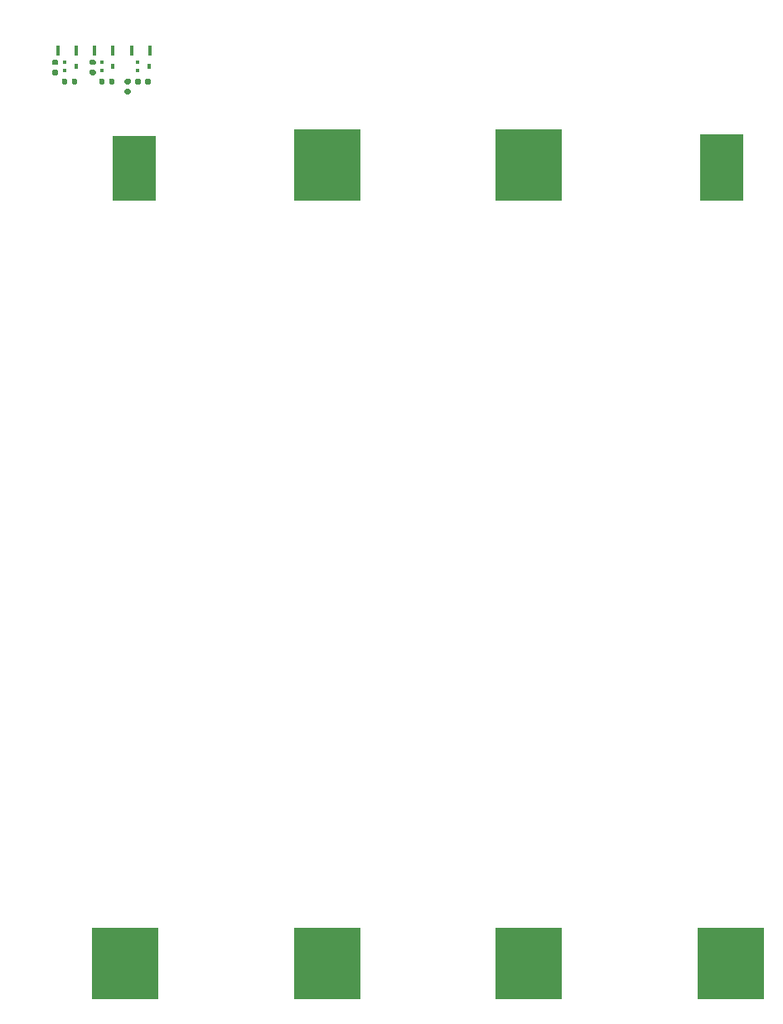
<source format=gbp>
%TF.GenerationSoftware,KiCad,Pcbnew,(5.1.10)-1*%
%TF.CreationDate,2021-11-16T14:43:47-05:00*%
%TF.ProjectId,batteryboard,62617474-6572-4796-926f-6172642e6b69,rev?*%
%TF.SameCoordinates,Original*%
%TF.FileFunction,Paste,Bot*%
%TF.FilePolarity,Positive*%
%FSLAX46Y46*%
G04 Gerber Fmt 4.6, Leading zero omitted, Abs format (unit mm)*
G04 Created by KiCad (PCBNEW (5.1.10)-1) date 2021-11-16 14:43:47*
%MOMM*%
%LPD*%
G01*
G04 APERTURE LIST*
%ADD10R,6.800000X7.300000*%
%ADD11R,4.500000X6.800000*%
%ADD12R,4.500000X6.700000*%
%ADD13R,0.450000X0.500000*%
%ADD14R,0.450000X0.400000*%
%ADD15R,0.370000X1.000000*%
G04 APERTURE END LIST*
D10*
X108623100Y-55249700D03*
X108623100Y-136799700D03*
X129273300Y-136799700D03*
D11*
X128348300Y-55499700D03*
D12*
X68273100Y-55575100D03*
D10*
X67348100Y-136825100D03*
X87998300Y-136825100D03*
X87998300Y-55275100D03*
G36*
G01*
X69404200Y-46921000D02*
X69404200Y-46551000D01*
G75*
G02*
X69539200Y-46416000I135000J0D01*
G01*
X69809200Y-46416000D01*
G75*
G02*
X69944200Y-46551000I0J-135000D01*
G01*
X69944200Y-46921000D01*
G75*
G02*
X69809200Y-47056000I-135000J0D01*
G01*
X69539200Y-47056000D01*
G75*
G02*
X69404200Y-46921000I0J135000D01*
G01*
G37*
G36*
G01*
X68384200Y-46921000D02*
X68384200Y-46551000D01*
G75*
G02*
X68519200Y-46416000I135000J0D01*
G01*
X68789200Y-46416000D01*
G75*
G02*
X68924200Y-46551000I0J-135000D01*
G01*
X68924200Y-46921000D01*
G75*
G02*
X68789200Y-47056000I-135000J0D01*
G01*
X68519200Y-47056000D01*
G75*
G02*
X68384200Y-46921000I0J135000D01*
G01*
G37*
G36*
G01*
X65721200Y-46921000D02*
X65721200Y-46551000D01*
G75*
G02*
X65856200Y-46416000I135000J0D01*
G01*
X66126200Y-46416000D01*
G75*
G02*
X66261200Y-46551000I0J-135000D01*
G01*
X66261200Y-46921000D01*
G75*
G02*
X66126200Y-47056000I-135000J0D01*
G01*
X65856200Y-47056000D01*
G75*
G02*
X65721200Y-46921000I0J135000D01*
G01*
G37*
G36*
G01*
X64701200Y-46921000D02*
X64701200Y-46551000D01*
G75*
G02*
X64836200Y-46416000I135000J0D01*
G01*
X65106200Y-46416000D01*
G75*
G02*
X65241200Y-46551000I0J-135000D01*
G01*
X65241200Y-46921000D01*
G75*
G02*
X65106200Y-47056000I-135000J0D01*
G01*
X64836200Y-47056000D01*
G75*
G02*
X64701200Y-46921000I0J135000D01*
G01*
G37*
G36*
G01*
X61911200Y-46921000D02*
X61911200Y-46551000D01*
G75*
G02*
X62046200Y-46416000I135000J0D01*
G01*
X62316200Y-46416000D01*
G75*
G02*
X62451200Y-46551000I0J-135000D01*
G01*
X62451200Y-46921000D01*
G75*
G02*
X62316200Y-47056000I-135000J0D01*
G01*
X62046200Y-47056000D01*
G75*
G02*
X61911200Y-46921000I0J135000D01*
G01*
G37*
G36*
G01*
X60891200Y-46921000D02*
X60891200Y-46551000D01*
G75*
G02*
X61026200Y-46416000I135000J0D01*
G01*
X61296200Y-46416000D01*
G75*
G02*
X61431200Y-46551000I0J-135000D01*
G01*
X61431200Y-46921000D01*
G75*
G02*
X61296200Y-47056000I-135000J0D01*
G01*
X61026200Y-47056000D01*
G75*
G02*
X60891200Y-46921000I0J135000D01*
G01*
G37*
G36*
G01*
X67799800Y-47004000D02*
X67429800Y-47004000D01*
G75*
G02*
X67294800Y-46869000I0J135000D01*
G01*
X67294800Y-46599000D01*
G75*
G02*
X67429800Y-46464000I135000J0D01*
G01*
X67799800Y-46464000D01*
G75*
G02*
X67934800Y-46599000I0J-135000D01*
G01*
X67934800Y-46869000D01*
G75*
G02*
X67799800Y-47004000I-135000J0D01*
G01*
G37*
G36*
G01*
X67799800Y-48024000D02*
X67429800Y-48024000D01*
G75*
G02*
X67294800Y-47889000I0J135000D01*
G01*
X67294800Y-47619000D01*
G75*
G02*
X67429800Y-47484000I135000J0D01*
G01*
X67799800Y-47484000D01*
G75*
G02*
X67934800Y-47619000I0J-135000D01*
G01*
X67934800Y-47889000D01*
G75*
G02*
X67799800Y-48024000I-135000J0D01*
G01*
G37*
G36*
G01*
X64218400Y-45048200D02*
X63848400Y-45048200D01*
G75*
G02*
X63713400Y-44913200I0J135000D01*
G01*
X63713400Y-44643200D01*
G75*
G02*
X63848400Y-44508200I135000J0D01*
G01*
X64218400Y-44508200D01*
G75*
G02*
X64353400Y-44643200I0J-135000D01*
G01*
X64353400Y-44913200D01*
G75*
G02*
X64218400Y-45048200I-135000J0D01*
G01*
G37*
G36*
G01*
X64218400Y-46068200D02*
X63848400Y-46068200D01*
G75*
G02*
X63713400Y-45933200I0J135000D01*
G01*
X63713400Y-45663200D01*
G75*
G02*
X63848400Y-45528200I135000J0D01*
G01*
X64218400Y-45528200D01*
G75*
G02*
X64353400Y-45663200I0J-135000D01*
G01*
X64353400Y-45933200D01*
G75*
G02*
X64218400Y-46068200I-135000J0D01*
G01*
G37*
G36*
G01*
X60383000Y-45048200D02*
X60013000Y-45048200D01*
G75*
G02*
X59878000Y-44913200I0J135000D01*
G01*
X59878000Y-44643200D01*
G75*
G02*
X60013000Y-44508200I135000J0D01*
G01*
X60383000Y-44508200D01*
G75*
G02*
X60518000Y-44643200I0J-135000D01*
G01*
X60518000Y-44913200D01*
G75*
G02*
X60383000Y-45048200I-135000J0D01*
G01*
G37*
G36*
G01*
X60383000Y-46068200D02*
X60013000Y-46068200D01*
G75*
G02*
X59878000Y-45933200I0J135000D01*
G01*
X59878000Y-45663200D01*
G75*
G02*
X60013000Y-45528200I135000J0D01*
G01*
X60383000Y-45528200D01*
G75*
G02*
X60518000Y-45663200I0J-135000D01*
G01*
X60518000Y-45933200D01*
G75*
G02*
X60383000Y-46068200I-135000J0D01*
G01*
G37*
D13*
X69815400Y-45186600D03*
D14*
X68665400Y-44786600D03*
X68665400Y-45586600D03*
D13*
X66107000Y-45186600D03*
D14*
X64957000Y-44786600D03*
X64957000Y-45586600D03*
D13*
X62322400Y-45186600D03*
D14*
X61172400Y-44786600D03*
X61172400Y-45586600D03*
D15*
X68062191Y-43591480D03*
X69922191Y-43591480D03*
X64262173Y-43591480D03*
X66122173Y-43591480D03*
X60462181Y-43591480D03*
X62322181Y-43591480D03*
M02*

</source>
